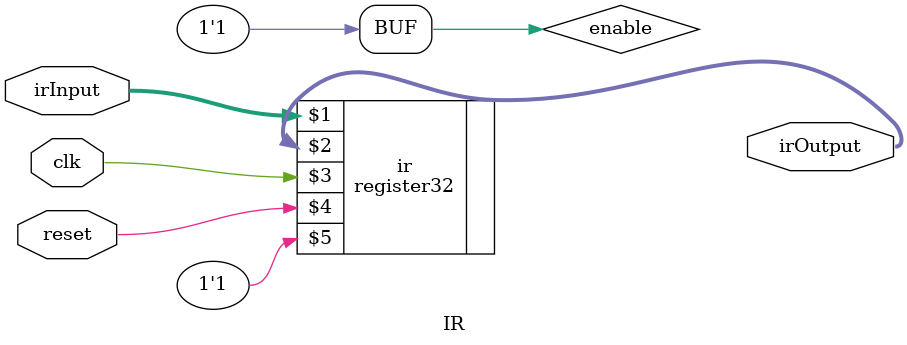
<source format=v>
module IR(irInput, irOutput, clk, reset);

parameter WIDTH = 32;

	input wire [WIDTH-1:0] irInput;
	output reg [WIDTH-1:0] irOutput;
	input clk, reset;

	
assign enable = 'b1;

register32 ir(irInput, irOutput, clk, reset, enable);
		
endmodule

</source>
